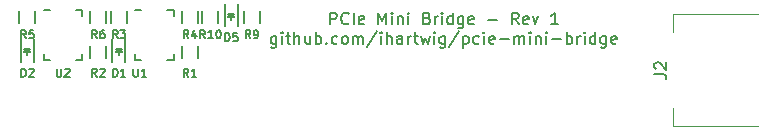
<source format=gto>
G04 #@! TF.FileFunction,Legend,Top*
%FSLAX46Y46*%
G04 Gerber Fmt 4.6, Leading zero omitted, Abs format (unit mm)*
G04 Created by KiCad (PCBNEW 4.0.7) date Thursday, January 18, 2018 'PMt' 01:39:02 PM*
%MOMM*%
%LPD*%
G01*
G04 APERTURE LIST*
%ADD10C,0.100000*%
%ADD11C,0.150000*%
%ADD12C,0.120000*%
G04 APERTURE END LIST*
D10*
D11*
X26880952Y11872619D02*
X26880952Y12872619D01*
X27261905Y12872619D01*
X27357143Y12825000D01*
X27404762Y12777381D01*
X27452381Y12682143D01*
X27452381Y12539286D01*
X27404762Y12444048D01*
X27357143Y12396429D01*
X27261905Y12348810D01*
X26880952Y12348810D01*
X28452381Y11967857D02*
X28404762Y11920238D01*
X28261905Y11872619D01*
X28166667Y11872619D01*
X28023809Y11920238D01*
X27928571Y12015476D01*
X27880952Y12110714D01*
X27833333Y12301190D01*
X27833333Y12444048D01*
X27880952Y12634524D01*
X27928571Y12729762D01*
X28023809Y12825000D01*
X28166667Y12872619D01*
X28261905Y12872619D01*
X28404762Y12825000D01*
X28452381Y12777381D01*
X28880952Y11872619D02*
X28880952Y12872619D01*
X29738095Y11920238D02*
X29642857Y11872619D01*
X29452380Y11872619D01*
X29357142Y11920238D01*
X29309523Y12015476D01*
X29309523Y12396429D01*
X29357142Y12491667D01*
X29452380Y12539286D01*
X29642857Y12539286D01*
X29738095Y12491667D01*
X29785714Y12396429D01*
X29785714Y12301190D01*
X29309523Y12205952D01*
X30976190Y11872619D02*
X30976190Y12872619D01*
X31309524Y12158333D01*
X31642857Y12872619D01*
X31642857Y11872619D01*
X32119047Y11872619D02*
X32119047Y12539286D01*
X32119047Y12872619D02*
X32071428Y12825000D01*
X32119047Y12777381D01*
X32166666Y12825000D01*
X32119047Y12872619D01*
X32119047Y12777381D01*
X32595237Y12539286D02*
X32595237Y11872619D01*
X32595237Y12444048D02*
X32642856Y12491667D01*
X32738094Y12539286D01*
X32880952Y12539286D01*
X32976190Y12491667D01*
X33023809Y12396429D01*
X33023809Y11872619D01*
X33499999Y11872619D02*
X33499999Y12539286D01*
X33499999Y12872619D02*
X33452380Y12825000D01*
X33499999Y12777381D01*
X33547618Y12825000D01*
X33499999Y12872619D01*
X33499999Y12777381D01*
X35071428Y12396429D02*
X35214285Y12348810D01*
X35261904Y12301190D01*
X35309523Y12205952D01*
X35309523Y12063095D01*
X35261904Y11967857D01*
X35214285Y11920238D01*
X35119047Y11872619D01*
X34738094Y11872619D01*
X34738094Y12872619D01*
X35071428Y12872619D01*
X35166666Y12825000D01*
X35214285Y12777381D01*
X35261904Y12682143D01*
X35261904Y12586905D01*
X35214285Y12491667D01*
X35166666Y12444048D01*
X35071428Y12396429D01*
X34738094Y12396429D01*
X35738094Y11872619D02*
X35738094Y12539286D01*
X35738094Y12348810D02*
X35785713Y12444048D01*
X35833332Y12491667D01*
X35928570Y12539286D01*
X36023809Y12539286D01*
X36357142Y11872619D02*
X36357142Y12539286D01*
X36357142Y12872619D02*
X36309523Y12825000D01*
X36357142Y12777381D01*
X36404761Y12825000D01*
X36357142Y12872619D01*
X36357142Y12777381D01*
X37261904Y11872619D02*
X37261904Y12872619D01*
X37261904Y11920238D02*
X37166666Y11872619D01*
X36976189Y11872619D01*
X36880951Y11920238D01*
X36833332Y11967857D01*
X36785713Y12063095D01*
X36785713Y12348810D01*
X36833332Y12444048D01*
X36880951Y12491667D01*
X36976189Y12539286D01*
X37166666Y12539286D01*
X37261904Y12491667D01*
X38166666Y12539286D02*
X38166666Y11729762D01*
X38119047Y11634524D01*
X38071428Y11586905D01*
X37976189Y11539286D01*
X37833332Y11539286D01*
X37738094Y11586905D01*
X38166666Y11920238D02*
X38071428Y11872619D01*
X37880951Y11872619D01*
X37785713Y11920238D01*
X37738094Y11967857D01*
X37690475Y12063095D01*
X37690475Y12348810D01*
X37738094Y12444048D01*
X37785713Y12491667D01*
X37880951Y12539286D01*
X38071428Y12539286D01*
X38166666Y12491667D01*
X39023809Y11920238D02*
X38928571Y11872619D01*
X38738094Y11872619D01*
X38642856Y11920238D01*
X38595237Y12015476D01*
X38595237Y12396429D01*
X38642856Y12491667D01*
X38738094Y12539286D01*
X38928571Y12539286D01*
X39023809Y12491667D01*
X39071428Y12396429D01*
X39071428Y12301190D01*
X38595237Y12205952D01*
X40261904Y12253571D02*
X41023809Y12253571D01*
X42833333Y11872619D02*
X42499999Y12348810D01*
X42261904Y11872619D02*
X42261904Y12872619D01*
X42642857Y12872619D01*
X42738095Y12825000D01*
X42785714Y12777381D01*
X42833333Y12682143D01*
X42833333Y12539286D01*
X42785714Y12444048D01*
X42738095Y12396429D01*
X42642857Y12348810D01*
X42261904Y12348810D01*
X43642857Y11920238D02*
X43547619Y11872619D01*
X43357142Y11872619D01*
X43261904Y11920238D01*
X43214285Y12015476D01*
X43214285Y12396429D01*
X43261904Y12491667D01*
X43357142Y12539286D01*
X43547619Y12539286D01*
X43642857Y12491667D01*
X43690476Y12396429D01*
X43690476Y12301190D01*
X43214285Y12205952D01*
X44023809Y12539286D02*
X44261904Y11872619D01*
X44500000Y12539286D01*
X46166667Y11872619D02*
X45595238Y11872619D01*
X45880952Y11872619D02*
X45880952Y12872619D01*
X45785714Y12729762D01*
X45690476Y12634524D01*
X45595238Y12586905D01*
X22333335Y10889286D02*
X22333335Y10079762D01*
X22285716Y9984524D01*
X22238097Y9936905D01*
X22142858Y9889286D01*
X22000001Y9889286D01*
X21904763Y9936905D01*
X22333335Y10270238D02*
X22238097Y10222619D01*
X22047620Y10222619D01*
X21952382Y10270238D01*
X21904763Y10317857D01*
X21857144Y10413095D01*
X21857144Y10698810D01*
X21904763Y10794048D01*
X21952382Y10841667D01*
X22047620Y10889286D01*
X22238097Y10889286D01*
X22333335Y10841667D01*
X22809525Y10222619D02*
X22809525Y10889286D01*
X22809525Y11222619D02*
X22761906Y11175000D01*
X22809525Y11127381D01*
X22857144Y11175000D01*
X22809525Y11222619D01*
X22809525Y11127381D01*
X23142858Y10889286D02*
X23523810Y10889286D01*
X23285715Y11222619D02*
X23285715Y10365476D01*
X23333334Y10270238D01*
X23428572Y10222619D01*
X23523810Y10222619D01*
X23857144Y10222619D02*
X23857144Y11222619D01*
X24285716Y10222619D02*
X24285716Y10746429D01*
X24238097Y10841667D01*
X24142859Y10889286D01*
X24000001Y10889286D01*
X23904763Y10841667D01*
X23857144Y10794048D01*
X25190478Y10889286D02*
X25190478Y10222619D01*
X24761906Y10889286D02*
X24761906Y10365476D01*
X24809525Y10270238D01*
X24904763Y10222619D01*
X25047621Y10222619D01*
X25142859Y10270238D01*
X25190478Y10317857D01*
X25666668Y10222619D02*
X25666668Y11222619D01*
X25666668Y10841667D02*
X25761906Y10889286D01*
X25952383Y10889286D01*
X26047621Y10841667D01*
X26095240Y10794048D01*
X26142859Y10698810D01*
X26142859Y10413095D01*
X26095240Y10317857D01*
X26047621Y10270238D01*
X25952383Y10222619D01*
X25761906Y10222619D01*
X25666668Y10270238D01*
X26571430Y10317857D02*
X26619049Y10270238D01*
X26571430Y10222619D01*
X26523811Y10270238D01*
X26571430Y10317857D01*
X26571430Y10222619D01*
X27476192Y10270238D02*
X27380954Y10222619D01*
X27190477Y10222619D01*
X27095239Y10270238D01*
X27047620Y10317857D01*
X27000001Y10413095D01*
X27000001Y10698810D01*
X27047620Y10794048D01*
X27095239Y10841667D01*
X27190477Y10889286D01*
X27380954Y10889286D01*
X27476192Y10841667D01*
X28047620Y10222619D02*
X27952382Y10270238D01*
X27904763Y10317857D01*
X27857144Y10413095D01*
X27857144Y10698810D01*
X27904763Y10794048D01*
X27952382Y10841667D01*
X28047620Y10889286D01*
X28190478Y10889286D01*
X28285716Y10841667D01*
X28333335Y10794048D01*
X28380954Y10698810D01*
X28380954Y10413095D01*
X28333335Y10317857D01*
X28285716Y10270238D01*
X28190478Y10222619D01*
X28047620Y10222619D01*
X28809525Y10222619D02*
X28809525Y10889286D01*
X28809525Y10794048D02*
X28857144Y10841667D01*
X28952382Y10889286D01*
X29095240Y10889286D01*
X29190478Y10841667D01*
X29238097Y10746429D01*
X29238097Y10222619D01*
X29238097Y10746429D02*
X29285716Y10841667D01*
X29380954Y10889286D01*
X29523811Y10889286D01*
X29619049Y10841667D01*
X29666668Y10746429D01*
X29666668Y10222619D01*
X30857144Y11270238D02*
X30000001Y9984524D01*
X31190477Y10222619D02*
X31190477Y10889286D01*
X31190477Y11222619D02*
X31142858Y11175000D01*
X31190477Y11127381D01*
X31238096Y11175000D01*
X31190477Y11222619D01*
X31190477Y11127381D01*
X31666667Y10222619D02*
X31666667Y11222619D01*
X32095239Y10222619D02*
X32095239Y10746429D01*
X32047620Y10841667D01*
X31952382Y10889286D01*
X31809524Y10889286D01*
X31714286Y10841667D01*
X31666667Y10794048D01*
X33000001Y10222619D02*
X33000001Y10746429D01*
X32952382Y10841667D01*
X32857144Y10889286D01*
X32666667Y10889286D01*
X32571429Y10841667D01*
X33000001Y10270238D02*
X32904763Y10222619D01*
X32666667Y10222619D01*
X32571429Y10270238D01*
X32523810Y10365476D01*
X32523810Y10460714D01*
X32571429Y10555952D01*
X32666667Y10603571D01*
X32904763Y10603571D01*
X33000001Y10651190D01*
X33476191Y10222619D02*
X33476191Y10889286D01*
X33476191Y10698810D02*
X33523810Y10794048D01*
X33571429Y10841667D01*
X33666667Y10889286D01*
X33761906Y10889286D01*
X33952382Y10889286D02*
X34333334Y10889286D01*
X34095239Y11222619D02*
X34095239Y10365476D01*
X34142858Y10270238D01*
X34238096Y10222619D01*
X34333334Y10222619D01*
X34571430Y10889286D02*
X34761906Y10222619D01*
X34952383Y10698810D01*
X35142859Y10222619D01*
X35333335Y10889286D01*
X35714287Y10222619D02*
X35714287Y10889286D01*
X35714287Y11222619D02*
X35666668Y11175000D01*
X35714287Y11127381D01*
X35761906Y11175000D01*
X35714287Y11222619D01*
X35714287Y11127381D01*
X36619049Y10889286D02*
X36619049Y10079762D01*
X36571430Y9984524D01*
X36523811Y9936905D01*
X36428572Y9889286D01*
X36285715Y9889286D01*
X36190477Y9936905D01*
X36619049Y10270238D02*
X36523811Y10222619D01*
X36333334Y10222619D01*
X36238096Y10270238D01*
X36190477Y10317857D01*
X36142858Y10413095D01*
X36142858Y10698810D01*
X36190477Y10794048D01*
X36238096Y10841667D01*
X36333334Y10889286D01*
X36523811Y10889286D01*
X36619049Y10841667D01*
X37809525Y11270238D02*
X36952382Y9984524D01*
X38142858Y10889286D02*
X38142858Y9889286D01*
X38142858Y10841667D02*
X38238096Y10889286D01*
X38428573Y10889286D01*
X38523811Y10841667D01*
X38571430Y10794048D01*
X38619049Y10698810D01*
X38619049Y10413095D01*
X38571430Y10317857D01*
X38523811Y10270238D01*
X38428573Y10222619D01*
X38238096Y10222619D01*
X38142858Y10270238D01*
X39476192Y10270238D02*
X39380954Y10222619D01*
X39190477Y10222619D01*
X39095239Y10270238D01*
X39047620Y10317857D01*
X39000001Y10413095D01*
X39000001Y10698810D01*
X39047620Y10794048D01*
X39095239Y10841667D01*
X39190477Y10889286D01*
X39380954Y10889286D01*
X39476192Y10841667D01*
X39904763Y10222619D02*
X39904763Y10889286D01*
X39904763Y11222619D02*
X39857144Y11175000D01*
X39904763Y11127381D01*
X39952382Y11175000D01*
X39904763Y11222619D01*
X39904763Y11127381D01*
X40761906Y10270238D02*
X40666668Y10222619D01*
X40476191Y10222619D01*
X40380953Y10270238D01*
X40333334Y10365476D01*
X40333334Y10746429D01*
X40380953Y10841667D01*
X40476191Y10889286D01*
X40666668Y10889286D01*
X40761906Y10841667D01*
X40809525Y10746429D01*
X40809525Y10651190D01*
X40333334Y10555952D01*
X41238096Y10603571D02*
X42000001Y10603571D01*
X42476191Y10222619D02*
X42476191Y10889286D01*
X42476191Y10794048D02*
X42523810Y10841667D01*
X42619048Y10889286D01*
X42761906Y10889286D01*
X42857144Y10841667D01*
X42904763Y10746429D01*
X42904763Y10222619D01*
X42904763Y10746429D02*
X42952382Y10841667D01*
X43047620Y10889286D01*
X43190477Y10889286D01*
X43285715Y10841667D01*
X43333334Y10746429D01*
X43333334Y10222619D01*
X43809524Y10222619D02*
X43809524Y10889286D01*
X43809524Y11222619D02*
X43761905Y11175000D01*
X43809524Y11127381D01*
X43857143Y11175000D01*
X43809524Y11222619D01*
X43809524Y11127381D01*
X44285714Y10889286D02*
X44285714Y10222619D01*
X44285714Y10794048D02*
X44333333Y10841667D01*
X44428571Y10889286D01*
X44571429Y10889286D01*
X44666667Y10841667D01*
X44714286Y10746429D01*
X44714286Y10222619D01*
X45190476Y10222619D02*
X45190476Y10889286D01*
X45190476Y11222619D02*
X45142857Y11175000D01*
X45190476Y11127381D01*
X45238095Y11175000D01*
X45190476Y11222619D01*
X45190476Y11127381D01*
X45666666Y10603571D02*
X46428571Y10603571D01*
X46904761Y10222619D02*
X46904761Y11222619D01*
X46904761Y10841667D02*
X46999999Y10889286D01*
X47190476Y10889286D01*
X47285714Y10841667D01*
X47333333Y10794048D01*
X47380952Y10698810D01*
X47380952Y10413095D01*
X47333333Y10317857D01*
X47285714Y10270238D01*
X47190476Y10222619D01*
X46999999Y10222619D01*
X46904761Y10270238D01*
X47809523Y10222619D02*
X47809523Y10889286D01*
X47809523Y10698810D02*
X47857142Y10794048D01*
X47904761Y10841667D01*
X47999999Y10889286D01*
X48095238Y10889286D01*
X48428571Y10222619D02*
X48428571Y10889286D01*
X48428571Y11222619D02*
X48380952Y11175000D01*
X48428571Y11127381D01*
X48476190Y11175000D01*
X48428571Y11222619D01*
X48428571Y11127381D01*
X49333333Y10222619D02*
X49333333Y11222619D01*
X49333333Y10270238D02*
X49238095Y10222619D01*
X49047618Y10222619D01*
X48952380Y10270238D01*
X48904761Y10317857D01*
X48857142Y10413095D01*
X48857142Y10698810D01*
X48904761Y10794048D01*
X48952380Y10841667D01*
X49047618Y10889286D01*
X49238095Y10889286D01*
X49333333Y10841667D01*
X50238095Y10889286D02*
X50238095Y10079762D01*
X50190476Y9984524D01*
X50142857Y9936905D01*
X50047618Y9889286D01*
X49904761Y9889286D01*
X49809523Y9936905D01*
X50238095Y10270238D02*
X50142857Y10222619D01*
X49952380Y10222619D01*
X49857142Y10270238D01*
X49809523Y10317857D01*
X49761904Y10413095D01*
X49761904Y10698810D01*
X49809523Y10794048D01*
X49857142Y10841667D01*
X49952380Y10889286D01*
X50142857Y10889286D01*
X50238095Y10841667D01*
X51095238Y10270238D02*
X51000000Y10222619D01*
X50809523Y10222619D01*
X50714285Y10270238D01*
X50666666Y10365476D01*
X50666666Y10746429D01*
X50714285Y10841667D01*
X50809523Y10889286D01*
X51000000Y10889286D01*
X51095238Y10841667D01*
X51142857Y10746429D01*
X51142857Y10651190D01*
X50666666Y10555952D01*
X13625000Y13125000D02*
X13625000Y12600000D01*
X10375000Y8875000D02*
X10375000Y9400000D01*
X13625000Y8875000D02*
X13625000Y9400000D01*
X10375000Y13125000D02*
X10900000Y13125000D01*
X10375000Y8875000D02*
X10900000Y8875000D01*
X13625000Y8875000D02*
X13100000Y8875000D01*
X13625000Y13125000D02*
X13100000Y13125000D01*
X8450000Y10600000D02*
X8450000Y8700000D01*
X9550000Y10600000D02*
X9550000Y8700000D01*
X9000000Y9700000D02*
X9000000Y9250000D01*
X9250000Y9750000D02*
X8750000Y9750000D01*
X9000000Y9750000D02*
X9250000Y9500000D01*
X9250000Y9500000D02*
X8750000Y9500000D01*
X8750000Y9500000D02*
X9000000Y9750000D01*
X700000Y10600000D02*
X700000Y8700000D01*
X1800000Y10600000D02*
X1800000Y8700000D01*
X1250000Y9700000D02*
X1250000Y9250000D01*
X1500000Y9750000D02*
X1000000Y9750000D01*
X1250000Y9750000D02*
X1500000Y9500000D01*
X1500000Y9500000D02*
X1000000Y9500000D01*
X1000000Y9500000D02*
X1250000Y9750000D01*
X17950000Y13600000D02*
X17950000Y11700000D01*
X19050000Y13600000D02*
X19050000Y11700000D01*
X18500000Y12700000D02*
X18500000Y12250000D01*
X18750000Y12750000D02*
X18250000Y12750000D01*
X18500000Y12750000D02*
X18750000Y12500000D01*
X18750000Y12500000D02*
X18250000Y12500000D01*
X18250000Y12500000D02*
X18500000Y12750000D01*
X15675000Y10000000D02*
X15675000Y9000000D01*
X14325000Y9000000D02*
X14325000Y10000000D01*
X7925000Y10000000D02*
X7925000Y9000000D01*
X6575000Y9000000D02*
X6575000Y10000000D01*
X9675000Y13000000D02*
X9675000Y12000000D01*
X8325000Y12000000D02*
X8325000Y13000000D01*
X14325000Y12000000D02*
X14325000Y13000000D01*
X15675000Y13000000D02*
X15675000Y12000000D01*
X1925000Y13000000D02*
X1925000Y12000000D01*
X575000Y12000000D02*
X575000Y13000000D01*
X6575000Y12000000D02*
X6575000Y13000000D01*
X7925000Y13000000D02*
X7925000Y12000000D01*
X19575000Y12000000D02*
X19575000Y13000000D01*
X20925000Y13000000D02*
X20925000Y12000000D01*
X16075000Y12000000D02*
X16075000Y13000000D01*
X17425000Y13000000D02*
X17425000Y12000000D01*
X5875000Y13125000D02*
X5875000Y12600000D01*
X2625000Y8875000D02*
X2625000Y9400000D01*
X5875000Y8875000D02*
X5875000Y9400000D01*
X2625000Y13125000D02*
X3150000Y13125000D01*
X2625000Y8875000D02*
X3150000Y8875000D01*
X5875000Y8875000D02*
X5350000Y8875000D01*
X5875000Y13125000D02*
X5350000Y13125000D01*
D12*
X55880000Y11250000D02*
X55880000Y12750000D01*
X55880000Y12750000D02*
X63140000Y12750000D01*
X55880000Y3250000D02*
X63140000Y3250000D01*
X55880000Y3250000D02*
X55880000Y4750000D01*
D11*
X10216667Y8133333D02*
X10216667Y7566667D01*
X10250000Y7500000D01*
X10283333Y7466667D01*
X10350000Y7433333D01*
X10483333Y7433333D01*
X10550000Y7466667D01*
X10583333Y7500000D01*
X10616667Y7566667D01*
X10616667Y8133333D01*
X11316666Y7433333D02*
X10916666Y7433333D01*
X11116666Y7433333D02*
X11116666Y8133333D01*
X11050000Y8033333D01*
X10983333Y7966667D01*
X10916666Y7933333D01*
X8483334Y7433333D02*
X8483334Y8133333D01*
X8650000Y8133333D01*
X8750000Y8100000D01*
X8816667Y8033333D01*
X8850000Y7966667D01*
X8883334Y7833333D01*
X8883334Y7733333D01*
X8850000Y7600000D01*
X8816667Y7533333D01*
X8750000Y7466667D01*
X8650000Y7433333D01*
X8483334Y7433333D01*
X9550000Y7433333D02*
X9150000Y7433333D01*
X9350000Y7433333D02*
X9350000Y8133333D01*
X9283334Y8033333D01*
X9216667Y7966667D01*
X9150000Y7933333D01*
X733334Y7433333D02*
X733334Y8133333D01*
X900000Y8133333D01*
X1000000Y8100000D01*
X1066667Y8033333D01*
X1100000Y7966667D01*
X1133334Y7833333D01*
X1133334Y7733333D01*
X1100000Y7600000D01*
X1066667Y7533333D01*
X1000000Y7466667D01*
X900000Y7433333D01*
X733334Y7433333D01*
X1400000Y8066667D02*
X1433334Y8100000D01*
X1500000Y8133333D01*
X1666667Y8133333D01*
X1733334Y8100000D01*
X1766667Y8066667D01*
X1800000Y8000000D01*
X1800000Y7933333D01*
X1766667Y7833333D01*
X1366667Y7433333D01*
X1800000Y7433333D01*
X17983334Y10433333D02*
X17983334Y11133333D01*
X18150000Y11133333D01*
X18250000Y11100000D01*
X18316667Y11033333D01*
X18350000Y10966667D01*
X18383334Y10833333D01*
X18383334Y10733333D01*
X18350000Y10600000D01*
X18316667Y10533333D01*
X18250000Y10466667D01*
X18150000Y10433333D01*
X17983334Y10433333D01*
X19016667Y11133333D02*
X18683334Y11133333D01*
X18650000Y10800000D01*
X18683334Y10833333D01*
X18750000Y10866667D01*
X18916667Y10866667D01*
X18983334Y10833333D01*
X19016667Y10800000D01*
X19050000Y10733333D01*
X19050000Y10566667D01*
X19016667Y10500000D01*
X18983334Y10466667D01*
X18916667Y10433333D01*
X18750000Y10433333D01*
X18683334Y10466667D01*
X18650000Y10500000D01*
X14883334Y7433333D02*
X14650000Y7766667D01*
X14483334Y7433333D02*
X14483334Y8133333D01*
X14750000Y8133333D01*
X14816667Y8100000D01*
X14850000Y8066667D01*
X14883334Y8000000D01*
X14883334Y7900000D01*
X14850000Y7833333D01*
X14816667Y7800000D01*
X14750000Y7766667D01*
X14483334Y7766667D01*
X15550000Y7433333D02*
X15150000Y7433333D01*
X15350000Y7433333D02*
X15350000Y8133333D01*
X15283334Y8033333D01*
X15216667Y7966667D01*
X15150000Y7933333D01*
X7133334Y7433333D02*
X6900000Y7766667D01*
X6733334Y7433333D02*
X6733334Y8133333D01*
X7000000Y8133333D01*
X7066667Y8100000D01*
X7100000Y8066667D01*
X7133334Y8000000D01*
X7133334Y7900000D01*
X7100000Y7833333D01*
X7066667Y7800000D01*
X7000000Y7766667D01*
X6733334Y7766667D01*
X7400000Y8066667D02*
X7433334Y8100000D01*
X7500000Y8133333D01*
X7666667Y8133333D01*
X7733334Y8100000D01*
X7766667Y8066667D01*
X7800000Y8000000D01*
X7800000Y7933333D01*
X7766667Y7833333D01*
X7366667Y7433333D01*
X7800000Y7433333D01*
X8883334Y10683333D02*
X8650000Y11016667D01*
X8483334Y10683333D02*
X8483334Y11383333D01*
X8750000Y11383333D01*
X8816667Y11350000D01*
X8850000Y11316667D01*
X8883334Y11250000D01*
X8883334Y11150000D01*
X8850000Y11083333D01*
X8816667Y11050000D01*
X8750000Y11016667D01*
X8483334Y11016667D01*
X9116667Y11383333D02*
X9550000Y11383333D01*
X9316667Y11116667D01*
X9416667Y11116667D01*
X9483334Y11083333D01*
X9516667Y11050000D01*
X9550000Y10983333D01*
X9550000Y10816667D01*
X9516667Y10750000D01*
X9483334Y10716667D01*
X9416667Y10683333D01*
X9216667Y10683333D01*
X9150000Y10716667D01*
X9116667Y10750000D01*
X14883334Y10683333D02*
X14650000Y11016667D01*
X14483334Y10683333D02*
X14483334Y11383333D01*
X14750000Y11383333D01*
X14816667Y11350000D01*
X14850000Y11316667D01*
X14883334Y11250000D01*
X14883334Y11150000D01*
X14850000Y11083333D01*
X14816667Y11050000D01*
X14750000Y11016667D01*
X14483334Y11016667D01*
X15483334Y11150000D02*
X15483334Y10683333D01*
X15316667Y11416667D02*
X15150000Y10916667D01*
X15583334Y10916667D01*
X1133334Y10683333D02*
X900000Y11016667D01*
X733334Y10683333D02*
X733334Y11383333D01*
X1000000Y11383333D01*
X1066667Y11350000D01*
X1100000Y11316667D01*
X1133334Y11250000D01*
X1133334Y11150000D01*
X1100000Y11083333D01*
X1066667Y11050000D01*
X1000000Y11016667D01*
X733334Y11016667D01*
X1766667Y11383333D02*
X1433334Y11383333D01*
X1400000Y11050000D01*
X1433334Y11083333D01*
X1500000Y11116667D01*
X1666667Y11116667D01*
X1733334Y11083333D01*
X1766667Y11050000D01*
X1800000Y10983333D01*
X1800000Y10816667D01*
X1766667Y10750000D01*
X1733334Y10716667D01*
X1666667Y10683333D01*
X1500000Y10683333D01*
X1433334Y10716667D01*
X1400000Y10750000D01*
X7133334Y10683333D02*
X6900000Y11016667D01*
X6733334Y10683333D02*
X6733334Y11383333D01*
X7000000Y11383333D01*
X7066667Y11350000D01*
X7100000Y11316667D01*
X7133334Y11250000D01*
X7133334Y11150000D01*
X7100000Y11083333D01*
X7066667Y11050000D01*
X7000000Y11016667D01*
X6733334Y11016667D01*
X7733334Y11383333D02*
X7600000Y11383333D01*
X7533334Y11350000D01*
X7500000Y11316667D01*
X7433334Y11216667D01*
X7400000Y11083333D01*
X7400000Y10816667D01*
X7433334Y10750000D01*
X7466667Y10716667D01*
X7533334Y10683333D01*
X7666667Y10683333D01*
X7733334Y10716667D01*
X7766667Y10750000D01*
X7800000Y10816667D01*
X7800000Y10983333D01*
X7766667Y11050000D01*
X7733334Y11083333D01*
X7666667Y11116667D01*
X7533334Y11116667D01*
X7466667Y11083333D01*
X7433334Y11050000D01*
X7400000Y10983333D01*
X20133334Y10683333D02*
X19900000Y11016667D01*
X19733334Y10683333D02*
X19733334Y11383333D01*
X20000000Y11383333D01*
X20066667Y11350000D01*
X20100000Y11316667D01*
X20133334Y11250000D01*
X20133334Y11150000D01*
X20100000Y11083333D01*
X20066667Y11050000D01*
X20000000Y11016667D01*
X19733334Y11016667D01*
X20466667Y10683333D02*
X20600000Y10683333D01*
X20666667Y10716667D01*
X20700000Y10750000D01*
X20766667Y10850000D01*
X20800000Y10983333D01*
X20800000Y11250000D01*
X20766667Y11316667D01*
X20733334Y11350000D01*
X20666667Y11383333D01*
X20533334Y11383333D01*
X20466667Y11350000D01*
X20433334Y11316667D01*
X20400000Y11250000D01*
X20400000Y11083333D01*
X20433334Y11016667D01*
X20466667Y10983333D01*
X20533334Y10950000D01*
X20666667Y10950000D01*
X20733334Y10983333D01*
X20766667Y11016667D01*
X20800000Y11083333D01*
X16300000Y10683333D02*
X16066666Y11016667D01*
X15900000Y10683333D02*
X15900000Y11383333D01*
X16166666Y11383333D01*
X16233333Y11350000D01*
X16266666Y11316667D01*
X16300000Y11250000D01*
X16300000Y11150000D01*
X16266666Y11083333D01*
X16233333Y11050000D01*
X16166666Y11016667D01*
X15900000Y11016667D01*
X16966666Y10683333D02*
X16566666Y10683333D01*
X16766666Y10683333D02*
X16766666Y11383333D01*
X16700000Y11283333D01*
X16633333Y11216667D01*
X16566666Y11183333D01*
X17400000Y11383333D02*
X17466667Y11383333D01*
X17533333Y11350000D01*
X17566667Y11316667D01*
X17600000Y11250000D01*
X17633333Y11116667D01*
X17633333Y10950000D01*
X17600000Y10816667D01*
X17566667Y10750000D01*
X17533333Y10716667D01*
X17466667Y10683333D01*
X17400000Y10683333D01*
X17333333Y10716667D01*
X17300000Y10750000D01*
X17266667Y10816667D01*
X17233333Y10950000D01*
X17233333Y11116667D01*
X17266667Y11250000D01*
X17300000Y11316667D01*
X17333333Y11350000D01*
X17400000Y11383333D01*
X3716667Y8133333D02*
X3716667Y7566667D01*
X3750000Y7500000D01*
X3783333Y7466667D01*
X3850000Y7433333D01*
X3983333Y7433333D01*
X4050000Y7466667D01*
X4083333Y7500000D01*
X4116667Y7566667D01*
X4116667Y8133333D01*
X4416666Y8066667D02*
X4450000Y8100000D01*
X4516666Y8133333D01*
X4683333Y8133333D01*
X4750000Y8100000D01*
X4783333Y8066667D01*
X4816666Y8000000D01*
X4816666Y7933333D01*
X4783333Y7833333D01*
X4383333Y7433333D01*
X4816666Y7433333D01*
X54342381Y7666667D02*
X55056667Y7666667D01*
X55199524Y7619047D01*
X55294762Y7523809D01*
X55342381Y7380952D01*
X55342381Y7285714D01*
X54437619Y8095238D02*
X54390000Y8142857D01*
X54342381Y8238095D01*
X54342381Y8476191D01*
X54390000Y8571429D01*
X54437619Y8619048D01*
X54532857Y8666667D01*
X54628095Y8666667D01*
X54770952Y8619048D01*
X55342381Y8047619D01*
X55342381Y8666667D01*
M02*

</source>
